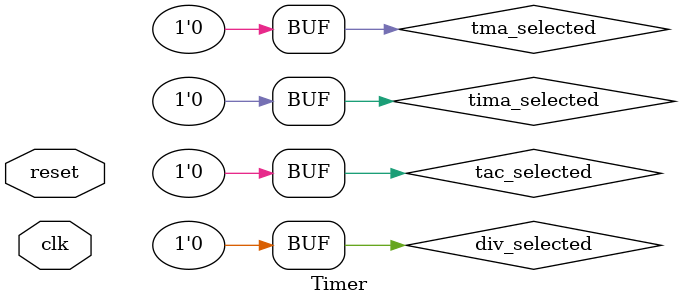
<source format=sv>
`ifndef TIMER_SV
`define TIMER_SV 


`include "mmu/addresses.sv"

module Timer (
    input logic clk,
    input logic reset,
    Bus_if.Peripheral_side bus
);
  /// Divider Register
  logic [7:0] DIV;

  /// Timer Counter
  logic [7:0] TIMA;

  /// Timer Modulo
  logic [7:0] TMA;

  /// Timer Control
  logic [7:0] TAC;

  wire div_selected = bus.addr == 16'hFF04;
  wire tima_selected = bus.addr == 16'hFF05;
  wire tma_selected = bus.addr == 16'hFF06;
  wire tac_selected = bus.addr == 16'hFF07;

  always_ff @(posedge clk or posedge reset) begin
    if (reset) begin
      DIV  <= 8'h00;
      TIMA <= 8'h00;
      TMA  <= 8'h00;
      TAC  <= 8'h00;
    end else if (bus.write_en) begin
      // TODO: DIV
      if (div_selected) DIV <= 8'h00;
      else if (tima_selected) TIMA <= bus.wdata;
      else if (tma_selected) TMA <= bus.wdata;
      else if (tac_selected) TAC <= bus.wdata;
    end
  end

  always_comb begin
    bus.rdata = 8'hFF;
    if (bus.read_en) begin
      if (div_selected) bus.rdata = DIV;
      else if (tima_selected) bus.rdata = TIMA;
      else if (tma_selected) bus.rdata = TMA;
      else if (tac_selected) bus.rdata = TAC;
    end
  end

endmodule

`endif

</source>
